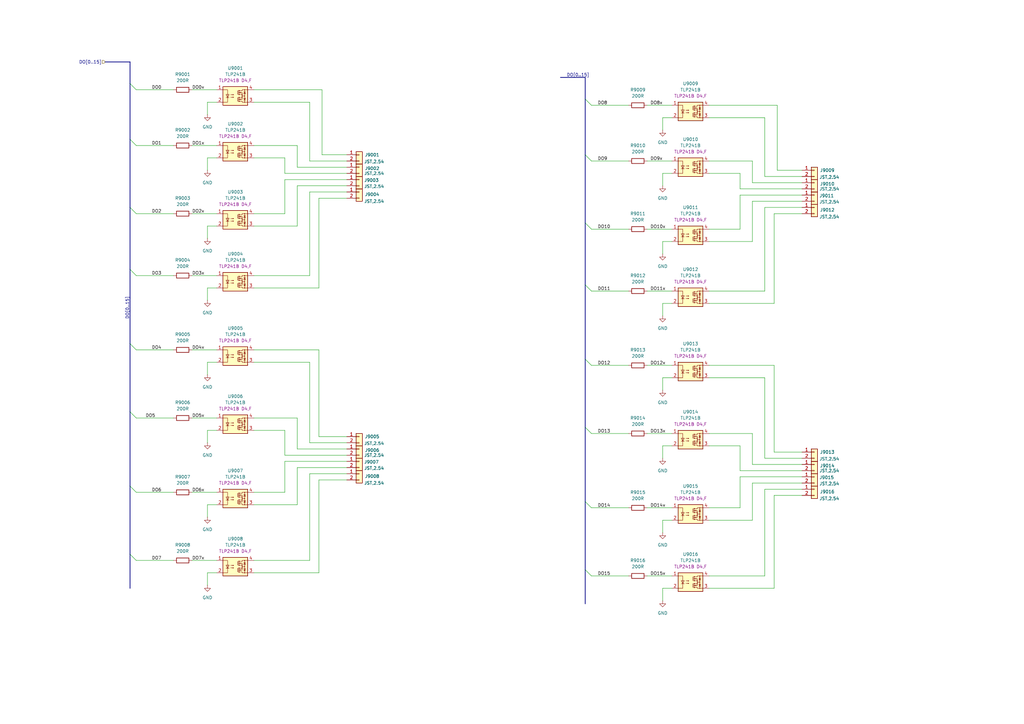
<source format=kicad_sch>
(kicad_sch (version 20231120) (generator "eeschema") (generator_version "8.0")
  (paper "A3")
  (lib_symbols
    (symbol "bt_connector:M;JST;01x02;2.54" (pin_names (offset 1.016) hide)
      (property "Reference" "J" (at 0 2.54 0))
      (property "Value" "JST,2.54" (at 0 -5.08 0))
      (property "MPN" "JST 2 pin" (at 0 0 0))
      (property "SMT" "n" (at 0 0 0))
      (symbol "M;JST;01x02;2.54_1_1"
        (rectangle (start -1.27 -2.413) (end 0 -2.667) (stroke (width 0.1524)))
        (rectangle (start -1.27 0.127) (end 0 -0.127) (stroke (width 0.1524)))
        (rectangle (start -1.27 1.27) (end 1.27 -3.81) (stroke (width 0.254)) (fill (type background)))
        (pin passive line (at -5.08 0 0) (length 3.81) (name "Pin_1") (number "1"))
        (pin passive line (at -5.08 -2.54 0) (length 3.81) (name "Pin_2") (number "2"))
      )
    )
    (symbol "bt_relay:TLP241B-D4-LF1"
      (property "Reference" "U" (at -5.08 5.08 0))
      (property "Value" "TLP241B" (at 0 5.08 0))
      (property "MPN" "TLP241B D4,F" (at 0 0 0))
      (symbol "TLP241B-D4-LF1_0_1"
        (rectangle (start -5.08 3.81) (end 5.08 -3.81) (stroke (width 0.254)) (fill (type background)))
        (polyline (pts (xy -3.81 -0.635) (xy -2.54 -0.635)))
        (polyline (pts (xy 1.016 -0.635) (xy 1.016 -2.159)) (stroke (width 0.2032)))
        (polyline (pts (xy 1.016 2.159) (xy 1.016 0.635)) (stroke (width 0.2032)))
        (polyline (pts (xy 1.524 -0.508) (xy 1.524 -0.762)) (stroke (width 0.3556)))
        (polyline (pts (xy 2.794 0) (xy 3.81 0)))
        (polyline (pts (xy 3.429 -1.651) (xy 4.191 -1.651)))
        (polyline (pts (xy 3.429 1.651) (xy 4.191 1.651)))
        (polyline (pts (xy 3.81 -2.54) (xy 3.81 2.54)))
        (polyline (pts (xy 1.524 -2.032) (xy 1.524 -2.286) (xy 1.524 -2.286)) (stroke (width 0.3556)))
        (polyline (pts (xy 1.524 -1.27) (xy 1.524 -1.524) (xy 1.524 -1.524)) (stroke (width 0.3556)))
        (polyline (pts (xy 1.524 0.762) (xy 1.524 0.508) (xy 1.524 0.508)) (stroke (width 0.3556)))
        (polyline (pts (xy 1.524 1.524) (xy 1.524 1.27) (xy 1.524 1.27)) (stroke (width 0.3556)))
        (polyline (pts (xy 1.524 2.286) (xy 1.524 2.032) (xy 1.524 2.032)) (stroke (width 0.3556)))
        (polyline (pts (xy 1.651 -1.397) (xy 2.794 -1.397) (xy 2.794 -0.635)))
        (polyline (pts (xy 1.651 1.397) (xy 2.794 1.397) (xy 2.794 0.635)))
        (polyline (pts (xy -5.08 2.54) (xy -3.175 2.54) (xy -3.175 -2.54) (xy -5.08 -2.54)))
        (polyline (pts (xy -3.175 -0.635) (xy -3.81 0.635) (xy -2.54 0.635) (xy -3.175 -0.635)))
        (polyline (pts (xy 1.651 -2.159) (xy 2.794 -2.159) (xy 2.794 -2.54) (xy 5.08 -2.54)))
        (polyline (pts (xy 1.651 -0.635) (xy 2.794 -0.635) (xy 2.794 0.635) (xy 1.651 0.635)))
        (polyline (pts (xy 1.651 2.159) (xy 2.794 2.159) (xy 2.794 2.54) (xy 5.08 2.54)))
        (polyline (pts (xy 1.778 -1.397) (xy 2.286 -1.27) (xy 2.286 -1.524) (xy 1.778 -1.397)))
        (polyline (pts (xy 1.778 1.397) (xy 2.286 1.524) (xy 2.286 1.27) (xy 1.778 1.397)))
        (polyline (pts (xy 3.81 -1.651) (xy 3.429 -0.889) (xy 4.191 -0.889) (xy 3.81 -1.651)))
        (polyline (pts (xy 3.81 1.651) (xy 3.429 0.889) (xy 4.191 0.889) (xy 3.81 1.651)))
        (polyline (pts (xy -1.905 -0.508) (xy -0.635 -0.508) (xy -1.016 -0.635) (xy -1.016 -0.381) (xy -0.635 -0.508)))
        (polyline (pts (xy -1.905 0.508) (xy -0.635 0.508) (xy -1.016 0.381) (xy -1.016 0.635) (xy -0.635 0.508)))
        (circle (center 2.794 -0.635) (radius 0.127))
        (circle (center 2.794 0) (radius 0.127))
        (circle (center 2.794 0.635) (radius 0.127))
        (circle (center 3.81 -2.54) (radius 0.127))
        (circle (center 3.81 0) (radius 0.127))
        (circle (center 3.81 2.54) (radius 0.127))
      )
      (symbol "TLP241B-D4-LF1_1_1"
        (pin passive line (at -7.62 2.54 0) (length 2.54) (name "~") (number "1"))
        (pin passive line (at -7.62 -2.54 0) (length 2.54) (name "~") (number "2"))
        (pin passive line (at 7.62 -2.54 180) (length 2.54) (name "~") (number "3"))
        (pin passive line (at 7.62 2.54 180) (length 2.54) (name "~") (number "4"))
      )
    )
    (symbol "bt_resistors:R;G;200R;10P0;S;0603" (pin_numbers hide) (pin_names (offset 0))
      (property "Reference" "R" (at 2.032 0 90))
      (property "Value" "200R" (at 0 0 90))
      (symbol "R;G;200R;10P0;S;0603_0_1"
        (rectangle (start -1.016 -2.54) (end 1.016 2.54) (stroke (width 0.254)))
      )
      (symbol "R;G;200R;10P0;S;0603_1_1"
        (pin passive line (at 0 3.81 270) (length 1.27) (name "~") (number "1"))
        (pin passive line (at 0 -3.81 90) (length 1.27) (name "~") (number "2"))
      )
    )
    (symbol "power:GND" (power) (pin_numbers hide) (pin_names (offset 0) hide)
      (property "Value" "GND" (at 0 -3.81 0))
      (symbol "GND_0_1"
        (polyline (pts (xy 0 0) (xy 0 -1.27) (xy 1.27 -1.27) (xy 0 -2.54) (xy -1.27 -1.27) (xy 0 -1.27)))
      )
      (symbol "GND_1_1"
        (pin power_in line (at 0 0 270) (length 0) (name "~") (number "1"))
      )
    )
  )
  (bus_entry (at 53.34 140.97) (size 2.54 2.54))
  (bus_entry (at 240.03 40.64) (size 2.54 2.54))
  (bus_entry (at 53.34 227.33) (size 2.54 2.54))
  (bus_entry (at 240.03 205.74) (size 2.54 2.54))
  (bus_entry (at 240.03 147.32) (size 2.54 2.54))
  (bus_entry (at 53.34 199.39) (size 2.54 2.54))
  (bus_entry (at 53.34 85.09) (size 2.54 2.54))
  (bus_entry (at 53.34 110.49) (size 2.54 2.54))
  (bus_entry (at 240.03 233.68) (size 2.54 2.54))
  (bus_entry (at 53.34 34.29) (size 2.54 2.54))
  (bus_entry (at 53.34 57.15) (size 2.54 2.54))
  (bus_entry (at 240.03 116.84) (size 2.54 2.54))
  (bus_entry (at 240.03 63.5) (size 2.54 2.54))
  (bus_entry (at 53.34 168.91) (size 2.54 2.54))
  (bus_entry (at 240.03 91.44) (size 2.54 2.54))
  (bus_entry (at 240.03 175.26) (size 2.54 2.54))
  (bus (pts (xy 53.34 140.97) (xy 53.34 168.91)))
  (wire (pts (xy 116.84 186.69) (xy 142.24 186.69)))
  (wire (pts (xy 142.24 63.5) (xy 132.08 63.5)))
  (wire (pts (xy 121.92 207.01) (xy 121.92 191.77)))
  (wire (pts (xy 313.69 119.38) (xy 313.69 85.09)))
  (wire (pts (xy 290.83 213.36) (xy 308.61 213.36)))
  (wire (pts (xy 271.78 154.94) (xy 271.78 160.02)))
  (wire (pts (xy 271.78 48.26) (xy 271.78 53.34)))
  (wire (pts (xy 313.69 72.39) (xy 328.93 72.39)))
  (wire (pts (xy 78.74 113.03) (xy 88.9 113.03)))
  (wire (pts (xy 88.9 118.11) (xy 85.09 118.11)))
  (bus (pts (xy 43.18 25.4) (xy 53.34 25.4)))
  (wire (pts (xy 303.53 93.98) (xy 303.53 80.01)))
  (wire (pts (xy 104.14 176.53) (xy 116.84 176.53)))
  (bus (pts (xy 53.34 57.15) (xy 53.34 85.09)))
  (wire (pts (xy 265.43 93.98) (xy 275.59 93.98)))
  (wire (pts (xy 242.57 66.04) (xy 257.81 66.04)))
  (wire (pts (xy 78.74 87.63) (xy 88.9 87.63)))
  (wire (pts (xy 55.88 113.03) (xy 71.12 113.03)))
  (wire (pts (xy 104.14 87.63) (xy 116.84 87.63)))
  (wire (pts (xy 127 194.31) (xy 127 229.87)))
  (wire (pts (xy 275.59 241.3) (xy 271.78 241.3)))
  (wire (pts (xy 265.43 119.38) (xy 275.59 119.38)))
  (wire (pts (xy 78.74 201.93) (xy 88.9 201.93)))
  (wire (pts (xy 328.93 87.63) (xy 317.5 87.63)))
  (wire (pts (xy 78.74 229.87) (xy 88.9 229.87)))
  (wire (pts (xy 104.14 171.45) (xy 121.92 171.45)))
  (wire (pts (xy 85.09 118.11) (xy 85.09 123.19)))
  (wire (pts (xy 313.69 187.96) (xy 328.93 187.96)))
  (wire (pts (xy 271.78 182.88) (xy 271.78 187.96)))
  (wire (pts (xy 127 78.74) (xy 142.24 78.74)))
  (bus (pts (xy 240.03 147.32) (xy 240.03 175.26)))
  (wire (pts (xy 275.59 213.36) (xy 271.78 213.36)))
  (wire (pts (xy 308.61 74.93) (xy 308.61 66.04)))
  (wire (pts (xy 116.84 189.23) (xy 116.84 201.93)))
  (bus (pts (xy 240.03 205.74) (xy 240.03 233.68)))
  (wire (pts (xy 242.57 43.18) (xy 257.81 43.18)))
  (wire (pts (xy 88.9 64.77) (xy 85.09 64.77)))
  (wire (pts (xy 85.09 148.59) (xy 85.09 153.67)))
  (wire (pts (xy 55.88 143.51) (xy 71.12 143.51)))
  (wire (pts (xy 242.57 149.86) (xy 257.81 149.86)))
  (wire (pts (xy 242.57 93.98) (xy 257.81 93.98)))
  (wire (pts (xy 130.81 196.85) (xy 142.24 196.85)))
  (bus (pts (xy 53.34 34.29) (xy 53.34 57.15)))
  (wire (pts (xy 142.24 179.07) (xy 130.81 179.07)))
  (bus (pts (xy 240.03 31.75) (xy 240.03 40.64)))
  (wire (pts (xy 328.93 190.5) (xy 308.61 190.5)))
  (wire (pts (xy 317.5 87.63) (xy 317.5 124.46)))
  (wire (pts (xy 313.69 154.94) (xy 313.69 187.96)))
  (wire (pts (xy 104.14 64.77) (xy 116.84 64.77)))
  (wire (pts (xy 308.61 82.55) (xy 308.61 99.06)))
  (wire (pts (xy 142.24 194.31) (xy 127 194.31)))
  (wire (pts (xy 78.74 171.45) (xy 88.9 171.45)))
  (wire (pts (xy 290.83 182.88) (xy 303.53 182.88)))
  (wire (pts (xy 265.43 66.04) (xy 275.59 66.04)))
  (wire (pts (xy 290.83 93.98) (xy 303.53 93.98)))
  (bus (pts (xy 229.87 31.75) (xy 240.03 31.75)))
  (wire (pts (xy 121.92 76.2) (xy 121.92 92.71)))
  (bus (pts (xy 240.03 91.44) (xy 240.03 116.84)))
  (wire (pts (xy 308.61 190.5) (xy 308.61 177.8)))
  (bus (pts (xy 240.03 116.84) (xy 240.03 147.32)))
  (wire (pts (xy 265.43 208.28) (xy 275.59 208.28)))
  (wire (pts (xy 265.43 236.22) (xy 275.59 236.22)))
  (wire (pts (xy 142.24 189.23) (xy 116.84 189.23)))
  (wire (pts (xy 271.78 71.12) (xy 271.78 76.2)))
  (wire (pts (xy 275.59 48.26) (xy 271.78 48.26)))
  (bus (pts (xy 53.34 227.33) (xy 53.34 241.3)))
  (wire (pts (xy 104.14 229.87) (xy 127 229.87)))
  (wire (pts (xy 275.59 154.94) (xy 271.78 154.94)))
  (wire (pts (xy 127 113.03) (xy 127 78.74)))
  (wire (pts (xy 313.69 48.26) (xy 313.69 72.39)))
  (wire (pts (xy 328.93 74.93) (xy 308.61 74.93)))
  (wire (pts (xy 242.57 208.28) (xy 257.81 208.28)))
  (wire (pts (xy 88.9 176.53) (xy 85.09 176.53)))
  (wire (pts (xy 290.83 48.26) (xy 313.69 48.26)))
  (bus (pts (xy 53.34 110.49) (xy 53.34 140.97)))
  (bus (pts (xy 240.03 233.68) (xy 240.03 247.65)))
  (wire (pts (xy 318.77 69.85) (xy 318.77 43.18)))
  (wire (pts (xy 85.09 92.71) (xy 85.09 97.79)))
  (wire (pts (xy 290.83 124.46) (xy 317.5 124.46)))
  (bus (pts (xy 240.03 63.5) (xy 240.03 91.44)))
  (wire (pts (xy 85.09 234.95) (xy 85.09 240.03)))
  (wire (pts (xy 308.61 198.12) (xy 328.93 198.12)))
  (wire (pts (xy 303.53 182.88) (xy 303.53 193.04)))
  (wire (pts (xy 303.53 80.01) (xy 328.93 80.01)))
  (wire (pts (xy 88.9 41.91) (xy 85.09 41.91)))
  (wire (pts (xy 104.14 207.01) (xy 121.92 207.01)))
  (wire (pts (xy 290.83 99.06) (xy 308.61 99.06)))
  (wire (pts (xy 55.88 171.45) (xy 71.12 171.45)))
  (wire (pts (xy 104.14 143.51) (xy 130.81 143.51)))
  (wire (pts (xy 104.14 234.95) (xy 130.81 234.95)))
  (wire (pts (xy 116.84 87.63) (xy 116.84 73.66)))
  (wire (pts (xy 104.14 36.83) (xy 132.08 36.83)))
  (wire (pts (xy 78.74 59.69) (xy 88.9 59.69)))
  (wire (pts (xy 242.57 177.8) (xy 257.81 177.8)))
  (wire (pts (xy 116.84 71.12) (xy 142.24 71.12)))
  (wire (pts (xy 290.83 71.12) (xy 303.53 71.12)))
  (wire (pts (xy 275.59 182.88) (xy 271.78 182.88)))
  (wire (pts (xy 317.5 241.3) (xy 317.5 203.2)))
  (wire (pts (xy 328.93 69.85) (xy 318.77 69.85)))
  (wire (pts (xy 317.5 185.42) (xy 317.5 149.86)))
  (wire (pts (xy 275.59 71.12) (xy 271.78 71.12)))
  (wire (pts (xy 78.74 36.83) (xy 88.9 36.83)))
  (wire (pts (xy 55.88 87.63) (xy 71.12 87.63)))
  (wire (pts (xy 290.83 236.22) (xy 313.69 236.22)))
  (wire (pts (xy 127 66.04) (xy 142.24 66.04)))
  (wire (pts (xy 104.14 41.91) (xy 127 41.91)))
  (wire (pts (xy 290.83 149.86) (xy 317.5 149.86)))
  (wire (pts (xy 242.57 236.22) (xy 257.81 236.22)))
  (wire (pts (xy 265.43 177.8) (xy 275.59 177.8)))
  (wire (pts (xy 290.83 177.8) (xy 308.61 177.8)))
  (wire (pts (xy 303.53 71.12) (xy 303.53 77.47)))
  (wire (pts (xy 104.14 92.71) (xy 121.92 92.71)))
  (bus (pts (xy 53.34 85.09) (xy 53.34 110.49)))
  (wire (pts (xy 308.61 213.36) (xy 308.61 198.12)))
  (wire (pts (xy 275.59 99.06) (xy 271.78 99.06)))
  (wire (pts (xy 88.9 148.59) (xy 85.09 148.59)))
  (wire (pts (xy 328.93 82.55) (xy 308.61 82.55)))
  (wire (pts (xy 130.81 179.07) (xy 130.81 143.51)))
  (wire (pts (xy 303.53 193.04) (xy 328.93 193.04)))
  (wire (pts (xy 85.09 207.01) (xy 85.09 212.09)))
  (wire (pts (xy 121.92 184.15) (xy 121.92 171.45)))
  (wire (pts (xy 271.78 124.46) (xy 271.78 129.54)))
  (wire (pts (xy 55.88 36.83) (xy 71.12 36.83)))
  (wire (pts (xy 130.81 81.28) (xy 130.81 118.11)))
  (wire (pts (xy 127 181.61) (xy 142.24 181.61)))
  (wire (pts (xy 85.09 64.77) (xy 85.09 69.85)))
  (wire (pts (xy 142.24 76.2) (xy 121.92 76.2)))
  (wire (pts (xy 78.74 143.51) (xy 88.9 143.51)))
  (wire (pts (xy 290.83 208.28) (xy 303.53 208.28)))
  (wire (pts (xy 127 41.91) (xy 127 66.04)))
  (wire (pts (xy 104.14 59.69) (xy 121.92 59.69)))
  (bus (pts (xy 53.34 25.4) (xy 53.34 34.29)))
  (wire (pts (xy 55.88 229.87) (xy 71.12 229.87)))
  (wire (pts (xy 328.93 200.66) (xy 313.69 200.66)))
  (wire (pts (xy 317.5 203.2) (xy 328.93 203.2)))
  (wire (pts (xy 303.53 77.47) (xy 328.93 77.47)))
  (wire (pts (xy 116.84 73.66) (xy 142.24 73.66)))
  (wire (pts (xy 104.14 113.03) (xy 127 113.03)))
  (wire (pts (xy 290.83 119.38) (xy 313.69 119.38)))
  (wire (pts (xy 104.14 148.59) (xy 127 148.59)))
  (wire (pts (xy 127 148.59) (xy 127 181.61)))
  (wire (pts (xy 271.78 241.3) (xy 271.78 246.38)))
  (wire (pts (xy 303.53 195.58) (xy 303.53 208.28)))
  (wire (pts (xy 88.9 92.71) (xy 85.09 92.71)))
  (wire (pts (xy 271.78 213.36) (xy 271.78 218.44)))
  (bus (pts (xy 240.03 175.26) (xy 240.03 205.74)))
  (wire (pts (xy 121.92 68.58) (xy 121.92 59.69)))
  (wire (pts (xy 55.88 59.69) (xy 71.12 59.69)))
  (wire (pts (xy 121.92 191.77) (xy 142.24 191.77)))
  (wire (pts (xy 242.57 119.38) (xy 257.81 119.38)))
  (wire (pts (xy 104.14 118.11) (xy 130.81 118.11)))
  (bus (pts (xy 240.03 40.64) (xy 240.03 63.5)))
  (wire (pts (xy 290.83 43.18) (xy 318.77 43.18)))
  (wire (pts (xy 313.69 85.09) (xy 328.93 85.09)))
  (wire (pts (xy 130.81 234.95) (xy 130.81 196.85)))
  (wire (pts (xy 142.24 184.15) (xy 121.92 184.15)))
  (wire (pts (xy 290.83 241.3) (xy 317.5 241.3)))
  (wire (pts (xy 275.59 124.46) (xy 271.78 124.46)))
  (wire (pts (xy 313.69 200.66) (xy 313.69 236.22)))
  (wire (pts (xy 290.83 154.94) (xy 313.69 154.94)))
  (wire (pts (xy 104.14 201.93) (xy 116.84 201.93)))
  (wire (pts (xy 116.84 176.53) (xy 116.84 186.69)))
  (wire (pts (xy 88.9 234.95) (xy 85.09 234.95)))
  (bus (pts (xy 53.34 168.91) (xy 53.34 199.39)))
  (wire (pts (xy 85.09 41.91) (xy 85.09 46.99)))
  (wire (pts (xy 88.9 207.01) (xy 85.09 207.01)))
  (wire (pts (xy 142.24 81.28) (xy 130.81 81.28)))
  (wire (pts (xy 116.84 64.77) (xy 116.84 71.12)))
  (wire (pts (xy 271.78 99.06) (xy 271.78 104.14)))
  (wire (pts (xy 85.09 176.53) (xy 85.09 181.61)))
  (wire (pts (xy 328.93 185.42) (xy 317.5 185.42)))
  (wire (pts (xy 290.83 66.04) (xy 308.61 66.04)))
  (wire (pts (xy 328.93 195.58) (xy 303.53 195.58)))
  (wire (pts (xy 132.08 63.5) (xy 132.08 36.83)))
  (wire (pts (xy 142.24 68.58) (xy 121.92 68.58)))
  (wire (pts (xy 265.43 43.18) (xy 275.59 43.18)))
  (wire (pts (xy 55.88 201.93) (xy 71.12 201.93)))
  (bus (pts (xy 53.34 199.39) (xy 53.34 227.33)))
  (wire (pts (xy 265.43 149.86) (xy 275.59 149.86)))
  (label "DO4x" (at 83.82 143.51 180))
  (label "DO3" (at 62.23 113.03 0))
  (label "DO1" (at 62.23 59.69 0))
  (label "DO15" (at 245.11 236.22 0))
  (label "DO12x" (at 266.7 149.86 0))
  (label "DO[0..15]" (at 53.34 130.81 90))
  (label "DO11x" (at 266.7 119.38 0))
  (label "DO3x" (at 83.82 113.03 180))
  (label "DO8x" (at 266.7 43.18 0))
  (label "DO9x" (at 266.7 66.04 0))
  (label "DO6x" (at 83.82 201.93 180))
  (label "DO5x" (at 83.82 171.45 180))
  (label "DO1x" (at 83.82 59.69 180))
  (label "DO13x" (at 266.7 177.8 0))
  (label "DO14x" (at 266.7 208.28 0))
  (label "DO15x" (at 266.7 236.22 0))
  (label "DO11" (at 245.11 119.38 0))
  (label "DO8" (at 245.11 43.18 0))
  (label "DO10x" (at 266.7 93.98 0))
  (label "DO6" (at 62.23 201.93 0))
  (label "DO7" (at 62.23 229.87 0))
  (label "DO13" (at 245.11 177.8 0))
  (label "DO2x" (at 83.82 87.63 180))
  (label "DO4" (at 62.23 143.51 0))
  (label "DO9" (at 245.11 66.04 0))
  (label "DO0" (at 62.23 36.83 0))
  (label "DO12" (at 245.11 149.86 0))
  (label "DO0x" (at 83.82 36.83 180))
  (label "DO2" (at 62.23 87.63 0))
  (label "DO14" (at 245.11 208.28 0))
  (label "DO[0..15]" (at 232.41 31.75 0))
  (label "DO7x" (at 83.82 229.87 180))
  (label "DO10" (at 245.11 93.98 0))
  (label "DO5" (at 59.69 171.45 0))
  (hierarchical_label "DO[0..15]" (shape input) (at 43.18 25.4 180))
  (symbol (lib_id "bt_resistors:R;G;200R;10P0;S;0603") (at 74.93 87.63 90) (unit 1)
    (property "Reference" "R9003" (at 74.93 81.28 90))
    (property "Value" "200R" (at 74.93 83.82 90))
    (property "Footprint" "Resistor_SMD:R_0603_1608Metric" (effects (hide yes)))
    (property "Description" "Resistor" (effects (hide yes)))
    (property "MPN" "R;G;T1;S;P0603;NA" (effects (hide yes)))
    (property "CPN" "BT00002-02000" (effects (hide yes)))
  )
  (symbol (lib_id "bt_connector:M;JST;01x02;2.54") (at 334.01 74.93 0) (unit 1)
    (property "Reference" "J9010" (at 336.296 75.438 0) (effects (justify left)))
    (property "Value" "JST,2.54" (at 336.042 77.47 0) (effects (justify left)))
    (property "Footprint" "Connector_JST:JST_EH_B2B-EH-A_1x02_P2.50mm_Vertical" (effects (hide yes)))
    (property "Description" "Generic connector, single row, 01x02, script generated (kicad-library-utils/schlib/autogen/connector/)" (effects (hide yes)))
    (property "CPN" "BT10003-00002" (effects (hide yes)))
    (property "MPN" "JST 2 pin" (effects (hide yes)))
    (property "SMT" "n" (effects (hide yes)))
  )
  (symbol (lib_id "bt_relay:TLP241B-D4-LF1") (at 96.52 232.41 0) (unit 1)
    (property "Reference" "U9008" (at 96.52 220.98 0))
    (property "Value" "TLP241B" (at 96.52 223.52 0))
    (property "Footprint" "Package_SO:SO-4_7.6x3.6mm_P2.54mm" (effects (hide yes)))
    (property "Datasheet" "https://toshiba.semicon-storage.com/info/docget.jsp?did=17036&prodName=TLP222A" (effects (hide yes)))
    (property "Description" "MOSFET Photorelay 1-Form-A, Voff 60V, Ion 0,5A, SO4" (effects (hide yes)))
    (property "CPN" "BT11001-00001" (effects (hide yes)))
    (property "MPN" "TLP241B D4,F" (at 96.52 226.06 0))
  )
  (symbol (lib_id "bt_resistors:R;G;200R;10P0;S;0603") (at 261.62 208.28 90) (unit 1)
    (property "Reference" "R9015" (at 261.62 201.93 90))
    (property "Value" "200R" (at 261.62 204.47 90))
    (property "Footprint" "Resistor_SMD:R_0603_1608Metric" (effects (hide yes)))
    (property "Description" "Resistor" (effects (hide yes)))
    (property "MPN" "R;G;T1;S;P0603;NA" (effects (hide yes)))
    (property "CPN" "BT00002-02000" (effects (hide yes)))
  )
  (symbol (lib_id "power:GND") (at 271.78 76.2 0) (unit 1)
    (property "Reference" "#PWR09010" (effects (hide yes)))
    (property "Value" "GND" (at 271.78 81.28 0))
    (property "Description" "Power symbol creates a global label with name \"GND\" , ground" (effects (hide yes)))
  )
  (symbol (lib_id "power:GND") (at 85.09 181.61 0) (unit 1)
    (property "Reference" "#PWR09006" (effects (hide yes)))
    (property "Value" "GND" (at 85.09 186.69 0))
    (property "Description" "Power symbol creates a global label with name \"GND\" , ground" (effects (hide yes)))
  )
  (symbol (lib_id "bt_connector:M;JST;01x02;2.54") (at 147.32 184.15 0) (unit 1)
    (property "Reference" "J9006" (at 149.606 184.658 0) (effects (justify left)))
    (property "Value" "JST,2.54" (at 149.352 186.69 0) (effects (justify left)))
    (property "Footprint" "Connector_JST:JST_EH_B2B-EH-A_1x02_P2.50mm_Vertical" (effects (hide yes)))
    (property "Description" "Generic connector, single row, 01x02, script generated (kicad-library-utils/schlib/autogen/connector/)" (effects (hide yes)))
    (property "CPN" "BT10003-00002" (effects (hide yes)))
    (property "MPN" "JST 2 pin" (effects (hide yes)))
    (property "SMT" "n" (effects (hide yes)))
  )
  (symbol (lib_id "power:GND") (at 271.78 187.96 0) (unit 1)
    (property "Reference" "#PWR09014" (effects (hide yes)))
    (property "Value" "GND" (at 271.78 193.04 0))
    (property "Description" "Power symbol creates a global label with name \"GND\" , ground" (effects (hide yes)))
  )
  (symbol (lib_id "bt_connector:M;JST;01x02;2.54") (at 147.32 63.5 0) (unit 1)
    (property "Reference" "J9001" (at 149.606 63.5 0) (effects (justify left)))
    (property "Value" "JST,2.54" (at 149.352 66.294 0) (effects (justify left)))
    (property "Footprint" "Connector_JST:JST_EH_B2B-EH-A_1x02_P2.50mm_Vertical" (effects (hide yes)))
    (property "Description" "Generic connector, single row, 01x02, script generated (kicad-library-utils/schlib/autogen/connector/)" (effects (hide yes)))
    (property "CPN" "BT10003-00002" (effects (hide yes)))
    (property "MPN" "JST 2 pin" (effects (hide yes)))
    (property "SMT" "n" (effects (hide yes)))
  )
  (symbol (lib_id "power:GND") (at 85.09 97.79 0) (unit 1)
    (property "Reference" "#PWR09003" (effects (hide yes)))
    (property "Value" "GND" (at 85.09 102.87 0))
    (property "Description" "Power symbol creates a global label with name \"GND\" , ground" (effects (hide yes)))
  )
  (symbol (lib_id "bt_resistors:R;G;200R;10P0;S;0603") (at 261.62 149.86 90) (unit 1)
    (property "Reference" "R9013" (at 261.62 143.51 90))
    (property "Value" "200R" (at 261.62 146.05 90))
    (property "Footprint" "Resistor_SMD:R_0603_1608Metric" (effects (hide yes)))
    (property "Description" "Resistor" (effects (hide yes)))
    (property "MPN" "R;G;T1;S;P0603;NA" (effects (hide yes)))
    (property "CPN" "BT00002-02000" (effects (hide yes)))
  )
  (symbol (lib_id "bt_resistors:R;G;200R;10P0;S;0603") (at 74.93 171.45 90) (unit 1)
    (property "Reference" "R9006" (at 74.93 165.1 90))
    (property "Value" "200R" (at 74.93 167.64 90))
    (property "Footprint" "Resistor_SMD:R_0603_1608Metric" (effects (hide yes)))
    (property "Description" "Resistor" (effects (hide yes)))
    (property "MPN" "R;G;T1;S;P0603;NA" (effects (hide yes)))
    (property "CPN" "BT00002-02000" (effects (hide yes)))
  )
  (symbol (lib_id "bt_resistors:R;G;200R;10P0;S;0603") (at 261.62 177.8 90) (unit 1)
    (property "Reference" "R9014" (at 261.62 171.45 90))
    (property "Value" "200R" (at 261.62 173.99 90))
    (property "Footprint" "Resistor_SMD:R_0603_1608Metric" (effects (hide yes)))
    (property "Description" "Resistor" (effects (hide yes)))
    (property "MPN" "R;G;T1;S;P0603;NA" (effects (hide yes)))
    (property "CPN" "BT00002-02000" (effects (hide yes)))
  )
  (symbol (lib_id "bt_relay:TLP241B-D4-LF1") (at 96.52 173.99 0) (unit 1)
    (property "Reference" "U9006" (at 96.52 162.56 0))
    (property "Value" "TLP241B" (at 96.52 165.1 0))
    (property "Footprint" "Package_SO:SO-4_7.6x3.6mm_P2.54mm" (effects (hide yes)))
    (property "Datasheet" "https://toshiba.semicon-storage.com/info/docget.jsp?did=17036&prodName=TLP222A" (effects (hide yes)))
    (property "Description" "MOSFET Photorelay 1-Form-A, Voff 60V, Ion 0,5A, SO4" (effects (hide yes)))
    (property "CPN" "BT11001-00001" (effects (hide yes)))
    (property "MPN" "TLP241B D4,F" (at 96.52 167.64 0))
  )
  (symbol (lib_id "bt_connector:M;JST;01x02;2.54") (at 147.32 73.66 0) (unit 1)
    (property "Reference" "J9003" (at 149.352 73.914 0) (effects (justify left)))
    (property "Value" "JST,2.54" (at 149.352 76.454 0) (effects (justify left)))
    (property "Footprint" "Connector_JST:JST_EH_B2B-EH-A_1x02_P2.50mm_Vertical" (effects (hide yes)))
    (property "Description" "Generic connector, single row, 01x02, script generated (kicad-library-utils/schlib/autogen/connector/)" (effects (hide yes)))
    (property "CPN" "BT10003-00002" (effects (hide yes)))
    (property "MPN" "JST 2 pin" (effects (hide yes)))
    (property "SMT" "n" (effects (hide yes)))
  )
  (symbol (lib_id "bt_connector:M;JST;01x02;2.54") (at 147.32 68.58 0) (unit 1)
    (property "Reference" "J9002" (at 149.606 69.088 0) (effects (justify left)))
    (property "Value" "JST,2.54" (at 149.352 71.12 0) (effects (justify left)))
    (property "Footprint" "Connector_JST:JST_EH_B2B-EH-A_1x02_P2.50mm_Vertical" (effects (hide yes)))
    (property "Description" "Generic connector, single row, 01x02, script generated (kicad-library-utils/schlib/autogen/connector/)" (effects (hide yes)))
    (property "CPN" "BT10003-00002" (effects (hide yes)))
    (property "MPN" "JST 2 pin" (effects (hide yes)))
    (property "SMT" "n" (effects (hide yes)))
  )
  (symbol (lib_id "bt_connector:M;JST;01x02;2.54") (at 334.01 185.42 0) (unit 1)
    (property "Reference" "J9013" (at 336.296 185.42 0) (effects (justify left)))
    (property "Value" "JST,2.54" (at 336.042 188.214 0) (effects (justify left)))
    (property "Footprint" "Connector_JST:JST_EH_B2B-EH-A_1x02_P2.50mm_Vertical" (effects (hide yes)))
    (property "Description" "Generic connector, single row, 01x02, script generated (kicad-library-utils/schlib/autogen/connector/)" (effects (hide yes)))
    (property "CPN" "BT10003-00002" (effects (hide yes)))
    (property "MPN" "JST 2 pin" (effects (hide yes)))
    (property "SMT" "n" (effects (hide yes)))
  )
  (symbol (lib_id "bt_resistors:R;G;200R;10P0;S;0603") (at 261.62 236.22 90) (unit 1)
    (property "Reference" "R9016" (at 261.62 229.87 90))
    (property "Value" "200R" (at 261.62 232.41 90))
    (property "Footprint" "Resistor_SMD:R_0603_1608Metric" (effects (hide yes)))
    (property "Description" "Resistor" (effects (hide yes)))
    (property "MPN" "R;G;T1;S;P0603;NA" (effects (hide yes)))
    (property "CPN" "BT00002-02000" (effects (hide yes)))
  )
  (symbol (lib_id "bt_relay:TLP241B-D4-LF1") (at 283.21 210.82 0) (unit 1)
    (property "Reference" "U9015" (at 283.21 199.39 0))
    (property "Value" "TLP241B" (at 283.21 201.93 0))
    (property "Footprint" "Package_SO:SO-4_7.6x3.6mm_P2.54mm" (effects (hide yes)))
    (property "Datasheet" "https://toshiba.semicon-storage.com/info/docget.jsp?did=17036&prodName=TLP222A" (effects (hide yes)))
    (property "Description" "MOSFET Photorelay 1-Form-A, Voff 60V, Ion 0,5A, SO4" (effects (hide yes)))
    (property "CPN" "BT11001-00001" (effects (hide yes)))
    (property "MPN" "TLP241B D4,F" (at 283.21 204.47 0))
  )
  (symbol (lib_id "bt_connector:M;JST;01x02;2.54") (at 147.32 189.23 0) (unit 1)
    (property "Reference" "J9007" (at 149.352 189.484 0) (effects (justify left)))
    (property "Value" "JST,2.54" (at 149.352 192.024 0) (effects (justify left)))
    (property "Footprint" "Connector_JST:JST_EH_B2B-EH-A_1x02_P2.50mm_Vertical" (effects (hide yes)))
    (property "Description" "Generic connector, single row, 01x02, script generated (kicad-library-utils/schlib/autogen/connector/)" (effects (hide yes)))
    (property "CPN" "BT10003-00002" (effects (hide yes)))
    (property "MPN" "JST 2 pin" (effects (hide yes)))
    (property "SMT" "n" (effects (hide yes)))
  )
  (symbol (lib_id "bt_relay:TLP241B-D4-LF1") (at 283.21 180.34 0) (unit 1)
    (property "Reference" "U9014" (at 283.21 168.91 0))
    (property "Value" "TLP241B" (at 283.21 171.45 0))
    (property "Footprint" "Package_SO:SO-4_7.6x3.6mm_P2.54mm" (effects (hide yes)))
    (property "Datasheet" "https://toshiba.semicon-storage.com/info/docget.jsp?did=17036&prodName=TLP222A" (effects (hide yes)))
    (property "Description" "MOSFET Photorelay 1-Form-A, Voff 60V, Ion 0,5A, SO4" (effects (hide yes)))
    (property "CPN" "BT11001-00001" (effects (hide yes)))
    (property "MPN" "TLP241B D4,F" (at 283.21 173.99 0))
  )
  (symbol (lib_id "bt_connector:M;JST;01x02;2.54") (at 334.01 195.58 0) (unit 1)
    (property "Reference" "J9015" (at 336.042 195.834 0) (effects (justify left)))
    (property "Value" "JST,2.54" (at 336.042 198.374 0) (effects (justify left)))
    (property "Footprint" "Connector_JST:JST_EH_B2B-EH-A_1x02_P2.50mm_Vertical" (effects (hide yes)))
    (property "Description" "Generic connector, single row, 01x02, script generated (kicad-library-utils/schlib/autogen/connector/)" (effects (hide yes)))
    (property "CPN" "BT10003-00002" (effects (hide yes)))
    (property "MPN" "JST 2 pin" (effects (hide yes)))
    (property "SMT" "n" (effects (hide yes)))
  )
  (symbol (lib_id "bt_relay:TLP241B-D4-LF1") (at 283.21 238.76 0) (unit 1)
    (property "Reference" "U9016" (at 283.21 227.33 0))
    (property "Value" "TLP241B" (at 283.21 229.87 0))
    (property "Footprint" "Package_SO:SO-4_7.6x3.6mm_P2.54mm" (effects (hide yes)))
    (property "Datasheet" "https://toshiba.semicon-storage.com/info/docget.jsp?did=17036&prodName=TLP222A" (effects (hide yes)))
    (property "Description" "MOSFET Photorelay 1-Form-A, Voff 60V, Ion 0,5A, SO4" (effects (hide yes)))
    (property "CPN" "BT11001-00001" (effects (hide yes)))
    (property "MPN" "TLP241B D4,F" (at 283.21 232.41 0))
  )
  (symbol (lib_id "bt_connector:M;JST;01x02;2.54") (at 147.32 78.74 0) (unit 1)
    (property "Reference" "J9004" (at 149.606 79.756 0) (effects (justify left)))
    (property "Value" "JST,2.54" (at 149.352 82.55 0) (effects (justify left)))
    (property "Footprint" "Connector_JST:JST_EH_B2B-EH-A_1x02_P2.50mm_Vertical" (effects (hide yes)))
    (property "Description" "Generic connector, single row, 01x02, script generated (kicad-library-utils/schlib/autogen/connector/)" (effects (hide yes)))
    (property "CPN" "BT10003-00002" (effects (hide yes)))
    (property "MPN" "JST 2 pin" (effects (hide yes)))
    (property "SMT" "n" (effects (hide yes)))
  )
  (symbol (lib_id "bt_relay:TLP241B-D4-LF1") (at 283.21 45.72 0) (unit 1)
    (property "Reference" "U9009" (at 283.21 34.29 0))
    (property "Value" "TLP241B" (at 283.21 36.83 0))
    (property "Footprint" "Package_SO:SO-4_7.6x3.6mm_P2.54mm" (effects (hide yes)))
    (property "Datasheet" "https://toshiba.semicon-storage.com/info/docget.jsp?did=17036&prodName=TLP222A" (effects (hide yes)))
    (property "Description" "MOSFET Photorelay 1-Form-A, Voff 60V, Ion 0,5A, SO4" (effects (hide yes)))
    (property "CPN" "BT11001-00001" (effects (hide yes)))
    (property "MPN" "TLP241B D4,F" (at 283.21 39.37 0))
  )
  (symbol (lib_id "power:GND") (at 85.09 153.67 0) (unit 1)
    (property "Reference" "#PWR09005" (effects (hide yes)))
    (property "Value" "GND" (at 85.09 158.75 0))
    (property "Description" "Power symbol creates a global label with name \"GND\" , ground" (effects (hide yes)))
  )
  (symbol (lib_id "bt_resistors:R;G;200R;10P0;S;0603") (at 74.93 143.51 90) (unit 1)
    (property "Reference" "R9005" (at 74.93 137.16 90))
    (property "Value" "200R" (at 74.93 139.7 90))
    (property "Footprint" "Resistor_SMD:R_0603_1608Metric" (effects (hide yes)))
    (property "Description" "Resistor" (effects (hide yes)))
    (property "MPN" "R;G;T1;S;P0603;NA" (effects (hide yes)))
    (property "CPN" "BT00002-02000" (effects (hide yes)))
  )
  (symbol (lib_id "bt_relay:TLP241B-D4-LF1") (at 283.21 152.4 0) (unit 1)
    (property "Reference" "U9013" (at 283.21 140.97 0))
    (property "Value" "TLP241B" (at 283.21 143.51 0))
    (property "Footprint" "Package_SO:SO-4_7.6x3.6mm_P2.54mm" (effects (hide yes)))
    (property "Datasheet" "https://toshiba.semicon-storage.com/info/docget.jsp?did=17036&prodName=TLP222A" (effects (hide yes)))
    (property "Description" "MOSFET Photorelay 1-Form-A, Voff 60V, Ion 0,5A, SO4" (effects (hide yes)))
    (property "CPN" "BT11001-00001" (effects (hide yes)))
    (property "MPN" "TLP241B D4,F" (at 283.21 146.05 0))
  )
  (symbol (lib_id "bt_connector:M;JST;01x02;2.54") (at 334.01 200.66 0) (unit 1)
    (property "Reference" "J9016" (at 336.296 201.676 0) (effects (justify left)))
    (property "Value" "JST,2.54" (at 336.042 204.47 0) (effects (justify left)))
    (property "Footprint" "Connector_JST:JST_EH_B2B-EH-A_1x02_P2.50mm_Vertical" (effects (hide yes)))
    (property "Description" "Generic connector, single row, 01x02, script generated (kicad-library-utils/schlib/autogen/connector/)" (effects (hide yes)))
    (property "CPN" "BT10003-00002" (effects (hide yes)))
    (property "MPN" "JST 2 pin" (effects (hide yes)))
    (property "SMT" "n" (effects (hide yes)))
  )
  (symbol (lib_id "bt_connector:M;JST;01x02;2.54") (at 147.32 194.31 0) (unit 1)
    (property "Reference" "J9008" (at 149.606 195.326 0) (effects (justify left)))
    (property "Value" "JST,2.54" (at 149.352 198.12 0) (effects (justify left)))
    (property "Footprint" "Connector_JST:JST_EH_B2B-EH-A_1x02_P2.50mm_Vertical" (effects (hide yes)))
    (property "Description" "Generic connector, single row, 01x02, script generated (kicad-library-utils/schlib/autogen/connector/)" (effects (hide yes)))
    (property "CPN" "BT10003-00002" (effects (hide yes)))
    (property "MPN" "JST 2 pin" (effects (hide yes)))
    (property "SMT" "n" (effects (hide yes)))
  )
  (symbol (lib_id "power:GND") (at 271.78 129.54 0) (unit 1)
    (property "Reference" "#PWR09012" (effects (hide yes)))
    (property "Value" "GND" (at 271.78 134.62 0))
    (property "Description" "Power symbol creates a global label with name \"GND\" , ground" (effects (hide yes)))
  )
  (symbol (lib_id "power:GND") (at 85.09 46.99 0) (unit 1)
    (property "Reference" "#PWR09001" (effects (hide yes)))
    (property "Value" "GND" (at 85.09 52.07 0))
    (property "Description" "Power symbol creates a global label with name \"GND\" , ground" (effects (hide yes)))
  )
  (symbol (lib_id "bt_resistors:R;G;200R;10P0;S;0603") (at 74.93 36.83 90) (unit 1)
    (property "Reference" "R9001" (at 74.93 30.48 90))
    (property "Value" "200R" (at 74.93 33.02 90))
    (property "Footprint" "Resistor_SMD:R_0603_1608Metric" (effects (hide yes)))
    (property "Description" "Resistor" (effects (hide yes)))
    (property "MPN" "R;G;T1;S;P0603;NA" (effects (hide yes)))
    (property "CPN" "BT00002-02000" (effects (hide yes)))
  )
  (symbol (lib_id "bt_relay:TLP241B-D4-LF1") (at 96.52 115.57 0) (unit 1)
    (property "Reference" "U9004" (at 96.52 104.14 0))
    (property "Value" "TLP241B" (at 96.52 106.68 0))
    (property "Footprint" "Package_SO:SO-4_7.6x3.6mm_P2.54mm" (effects (hide yes)))
    (property "Datasheet" "https://toshiba.semicon-storage.com/info/docget.jsp?did=17036&prodName=TLP222A" (effects (hide yes)))
    (property "Description" "MOSFET Photorelay 1-Form-A, Voff 60V, Ion 0,5A, SO4" (effects (hide yes)))
    (property "CPN" "BT11001-00001" (effects (hide yes)))
    (property "MPN" "TLP241B D4,F" (at 96.52 109.22 0))
  )
  (symbol (lib_id "bt_resistors:R;G;200R;10P0;S;0603") (at 261.62 43.18 90) (unit 1)
    (property "Reference" "R9009" (at 261.62 36.83 90))
    (property "Value" "200R" (at 261.62 39.37 90))
    (property "Footprint" "Resistor_SMD:R_0603_1608Metric" (effects (hide yes)))
    (property "Description" "Resistor" (effects (hide yes)))
    (property "MPN" "R;G;T1;S;P0603;NA" (effects (hide yes)))
    (property "CPN" "BT00002-02000" (effects (hide yes)))
  )
  (symbol (lib_id "power:GND") (at 271.78 246.38 0) (unit 1)
    (property "Reference" "#PWR09016" (effects (hide yes)))
    (property "Value" "GND" (at 271.78 251.46 0))
    (property "Description" "Power symbol creates a global label with name \"GND\" , ground" (effects (hide yes)))
  )
  (symbol (lib_id "bt_relay:TLP241B-D4-LF1") (at 96.52 204.47 0) (unit 1)
    (property "Reference" "U9007" (at 96.52 193.04 0))
    (property "Value" "TLP241B" (at 96.52 195.58 0))
    (property "Footprint" "Package_SO:SO-4_7.6x3.6mm_P2.54mm" (effects (hide yes)))
    (property "Datasheet" "https://toshiba.semicon-storage.com/info/docget.jsp?did=17036&prodName=TLP222A" (effects (hide yes)))
    (property "Description" "MOSFET Photorelay 1-Form-A, Voff 60V, Ion 0,5A, SO4" (effects (hide yes)))
    (property "CPN" "BT11001-00001" (effects (hide yes)))
    (property "MPN" "TLP241B D4,F" (at 96.52 198.12 0))
  )
  (symbol (lib_id "power:GND") (at 271.78 53.34 0) (unit 1)
    (property "Reference" "#PWR09009" (effects (hide yes)))
    (property "Value" "GND" (at 271.78 58.42 0))
    (property "Description" "Power symbol creates a global label with name \"GND\" , ground" (effects (hide yes)))
  )
  (symbol (lib_id "power:GND") (at 271.78 104.14 0) (unit 1)
    (property "Reference" "#PWR09011" (effects (hide yes)))
    (property "Value" "GND" (at 271.78 109.22 0))
    (property "Description" "Power symbol creates a global label with name \"GND\" , ground" (effects (hide yes)))
  )
  (symbol (lib_id "power:GND") (at 271.78 218.44 0) (unit 1)
    (property "Reference" "#PWR09015" (effects (hide yes)))
    (property "Value" "GND" (at 271.78 223.52 0))
    (property "Description" "Power symbol creates a global label with name \"GND\" , ground" (effects (hide yes)))
  )
  (symbol (lib_id "bt_resistors:R;G;200R;10P0;S;0603") (at 261.62 119.38 90) (unit 1)
    (property "Reference" "R9012" (at 261.62 113.03 90))
    (property "Value" "200R" (at 261.62 115.57 90))
    (property "Footprint" "Resistor_SMD:R_0603_1608Metric" (effects (hide yes)))
    (property "Description" "Resistor" (effects (hide yes)))
    (property "MPN" "R;G;T1;S;P0603;NA" (effects (hide yes)))
    (property "CPN" "BT00002-02000" (effects (hide yes)))
  )
  (symbol (lib_id "power:GND") (at 85.09 123.19 0) (unit 1)
    (property "Reference" "#PWR09004" (effects (hide yes)))
    (property "Value" "GND" (at 85.09 128.27 0))
    (property "Description" "Power symbol creates a global label with name \"GND\" , ground" (effects (hide yes)))
  )
  (symbol (lib_id "bt_resistors:R;G;200R;10P0;S;0603") (at 261.62 93.98 90) (unit 1)
    (property "Reference" "R9011" (at 261.62 87.63 90))
    (property "Value" "200R" (at 261.62 90.17 90))
    (property "Footprint" "Resistor_SMD:R_0603_1608Metric" (effects (hide yes)))
    (property "Description" "Resistor" (effects (hide yes)))
    (property "MPN" "R;G;T1;S;P0603;NA" (effects (hide yes)))
    (property "CPN" "BT00002-02000" (effects (hide yes)))
  )
  (symbol (lib_id "bt_relay:TLP241B-D4-LF1") (at 96.52 62.23 0) (unit 1)
    (property "Reference" "U9002" (at 96.52 50.8 0))
    (property "Value" "TLP241B" (at 96.52 53.34 0))
    (property "Footprint" "Package_SO:SO-4_7.6x3.6mm_P2.54mm" (effects (hide yes)))
    (property "Datasheet" "https://toshiba.semicon-storage.com/info/docget.jsp?did=17036&prodName=TLP222A" (effects (hide yes)))
    (property "Description" "MOSFET Photorelay 1-Form-A, Voff 60V, Ion 0,5A, SO4" (effects (hide yes)))
    (property "CPN" "BT11001-00001" (effects (hide yes)))
    (property "MPN" "TLP241B D4,F" (at 96.52 55.88 0))
  )
  (symbol (lib_id "bt_relay:TLP241B-D4-LF1") (at 96.52 39.37 0) (unit 1)
    (property "Reference" "U9001" (at 96.52 27.94 0))
    (property "Value" "TLP241B" (at 96.52 30.48 0))
    (property "Footprint" "Package_SO:SO-4_7.6x3.6mm_P2.54mm" (effects (hide yes)))
    (property "Datasheet" "https://toshiba.semicon-storage.com/info/docget.jsp?did=17036&prodName=TLP222A" (effects (hide yes)))
    (property "Description" "MOSFET Photorelay 1-Form-A, Voff 60V, Ion 0,5A, SO4" (effects (hide yes)))
    (property "CPN" "BT11001-00001" (effects (hide yes)))
    (property "MPN" "TLP241B D4,F" (at 96.52 33.02 0))
  )
  (symbol (lib_id "bt_relay:TLP241B-D4-LF1") (at 283.21 96.52 0) (unit 1)
    (property "Reference" "U9011" (at 283.21 85.09 0))
    (property "Value" "TLP241B" (at 283.21 87.63 0))
    (property "Footprint" "Package_SO:SO-4_7.6x3.6mm_P2.54mm" (effects (hide yes)))
    (property "Datasheet" "https://toshiba.semicon-storage.com/info/docget.jsp?did=17036&prodName=TLP222A" (effects (hide yes)))
    (property "Description" "MOSFET Photorelay 1-Form-A, Voff 60V, Ion 0,5A, SO4" (effects (hide yes)))
    (property "CPN" "BT11001-00001" (effects (hide yes)))
    (property "MPN" "TLP241B D4,F" (at 283.21 90.17 0))
  )
  (symbol (lib_id "power:GND") (at 85.09 240.03 0) (unit 1)
    (property "Reference" "#PWR09008" (effects (hide yes)))
    (property "Value" "GND" (at 85.09 245.11 0))
    (property "Description" "Power symbol creates a global label with name \"GND\" , ground" (effects (hide yes)))
  )
  (symbol (lib_id "bt_connector:M;JST;01x02;2.54") (at 334.01 69.85 0) (unit 1)
    (property "Reference" "J9009" (at 336.296 69.85 0) (effects (justify left)))
    (property "Value" "JST,2.54" (at 336.042 72.644 0) (effects (justify left)))
    (property "Footprint" "Connector_JST:JST_EH_B2B-EH-A_1x02_P2.50mm_Vertical" (effects (hide yes)))
    (property "Description" "Generic connector, single row, 01x02, script generated (kicad-library-utils/schlib/autogen/connector/)" (effects (hide yes)))
    (property "CPN" "BT10003-00002" (effects (hide yes)))
    (property "MPN" "JST 2 pin" (effects (hide yes)))
    (property "SMT" "n" (effects (hide yes)))
  )
  (symbol (lib_id "bt_relay:TLP241B-D4-LF1") (at 96.52 90.17 0) (unit 1)
    (property "Reference" "U9003" (at 96.52 78.74 0))
    (property "Value" "TLP241B" (at 96.52 81.28 0))
    (property "Footprint" "Package_SO:SO-4_7.6x3.6mm_P2.54mm" (effects (hide yes)))
    (property "Datasheet" "https://toshiba.semicon-storage.com/info/docget.jsp?did=17036&prodName=TLP222A" (effects (hide yes)))
    (property "Description" "MOSFET Photorelay 1-Form-A, Voff 60V, Ion 0,5A, SO4" (effects (hide yes)))
    (property "CPN" "BT11001-00001" (effects (hide yes)))
    (property "MPN" "TLP241B D4,F" (at 96.52 83.82 0))
  )
  (symbol (lib_id "bt_relay:TLP241B-D4-LF1") (at 283.21 121.92 0) (unit 1)
    (property "Reference" "U9012" (at 283.21 110.49 0))
    (property "Value" "TLP241B" (at 283.21 113.03 0))
    (property "Footprint" "Package_SO:SO-4_7.6x3.6mm_P2.54mm" (effects (hide yes)))
    (property "Datasheet" "https://toshiba.semicon-storage.com/info/docget.jsp?did=17036&prodName=TLP222A" (effects (hide yes)))
    (property "Description" "MOSFET Photorelay 1-Form-A, Voff 60V, Ion 0,5A, SO4" (effects (hide yes)))
    (property "CPN" "BT11001-00001" (effects (hide yes)))
    (property "MPN" "TLP241B D4,F" (at 283.21 115.57 0))
  )
  (symbol (lib_id "bt_resistors:R;G;200R;10P0;S;0603") (at 74.93 229.87 90) (unit 1)
    (property "Reference" "R9008" (at 74.93 223.52 90))
    (property "Value" "200R" (at 74.93 226.06 90))
    (property "Footprint" "Resistor_SMD:R_0603_1608Metric" (effects (hide yes)))
    (property "Description" "Resistor" (effects (hide yes)))
    (property "MPN" "R;G;T1;S;P0603;NA" (effects (hide yes)))
    (property "CPN" "BT00002-02000" (effects (hide yes)))
  )
  (symbol (lib_id "bt_connector:M;JST;01x02;2.54") (at 334.01 80.01 0) (unit 1)
    (property "Reference" "J9011" (at 336.042 80.264 0) (effects (justify left)))
    (property "Value" "JST,2.54" (at 336.042 82.804 0) (effects (justify left)))
    (property "Footprint" "Connector_JST:JST_EH_B2B-EH-A_1x02_P2.50mm_Vertical" (effects (hide yes)))
    (property "Description" "Generic connector, single row, 01x02, script generated (kicad-library-utils/schlib/autogen/connector/)" (effects (hide yes)))
    (property "CPN" "BT10003-00002" (effects (hide yes)))
    (property "MPN" "JST 2 pin" (effects (hide yes)))
    (property "SMT" "n" (effects (hide yes)))
  )
  (symbol (lib_id "power:GND") (at 85.09 69.85 0) (unit 1)
    (property "Reference" "#PWR09002" (effects (hide yes)))
    (property "Value" "GND" (at 85.09 74.93 0))
    (property "Description" "Power symbol creates a global label with name \"GND\" , ground" (effects (hide yes)))
  )
  (symbol (lib_id "bt_relay:TLP241B-D4-LF1") (at 96.52 146.05 0) (unit 1)
    (property "Reference" "U9005" (at 96.52 134.62 0))
    (property "Value" "TLP241B" (at 96.52 137.16 0))
    (property "Footprint" "Package_SO:SO-4_7.6x3.6mm_P2.54mm" (effects (hide yes)))
    (property "Datasheet" "https://toshiba.semicon-storage.com/info/docget.jsp?did=17036&prodName=TLP222A" (effects (hide yes)))
    (property "Description" "MOSFET Photorelay 1-Form-A, Voff 60V, Ion 0,5A, SO4" (effects (hide yes)))
    (property "CPN" "BT11001-00001" (effects (hide yes)))
    (property "MPN" "TLP241B D4,F" (at 96.52 139.7 0))
  )
  (symbol (lib_id "bt_resistors:R;G;200R;10P0;S;0603") (at 74.93 113.03 90) (unit 1)
    (property "Reference" "R9004" (at 74.93 106.68 90))
    (property "Value" "200R" (at 74.93 109.22 90))
    (property "Footprint" "Resistor_SMD:R_0603_1608Metric" (effects (hide yes)))
    (property "Description" "Resistor" (effects (hide yes)))
    (property "MPN" "R;G;T1;S;P0603;NA" (effects (hide yes)))
    (property "CPN" "BT00002-02000" (effects (hide yes)))
  )
  (symbol (lib_id "bt_connector:M;JST;01x02;2.54") (at 334.01 190.5 0) (unit 1)
    (property "Reference" "J9014" (at 336.296 191.008 0) (effects (justify left)))
    (property "Value" "JST,2.54" (at 336.042 193.04 0) (effects (justify left)))
    (property "Footprint" "Connector_JST:JST_EH_B2B-EH-A_1x02_P2.50mm_Vertical" (effects (hide yes)))
    (property "Description" "Generic connector, single row, 01x02, script generated (kicad-library-utils/schlib/autogen/connector/)" (effects (hide yes)))
    (property "CPN" "BT10003-00002" (effects (hide yes)))
    (property "MPN" "JST 2 pin" (effects (hide yes)))
    (property "SMT" "n" (effects (hide yes)))
  )
  (symbol (lib_id "bt_connector:M;JST;01x02;2.54") (at 147.32 179.07 0) (unit 1)
    (property "Reference" "J9005" (at 149.606 179.07 0) (effects (justify left)))
    (property "Value" "JST,2.54" (at 149.352 181.864 0) (effects (justify left)))
    (property "Footprint" "Connector_JST:JST_EH_B2B-EH-A_1x02_P2.50mm_Vertical" (effects (hide yes)))
    (property "Description" "Generic connector, single row, 01x02, script generated (kicad-library-utils/schlib/autogen/connector/)" (effects (hide yes)))
    (property "CPN" "BT10003-00002" (effects (hide yes)))
    (property "MPN" "JST 2 pin" (effects (hide yes)))
    (property "SMT" "n" (effects (hide yes)))
  )
  (symbol (lib_id "power:GND") (at 85.09 212.09 0) (unit 1)
    (property "Reference" "#PWR09007" (effects (hide yes)))
    (property "Value" "GND" (at 85.09 217.17 0))
    (property "Description" "Power symbol creates a global label with name \"GND\" , ground" (effects (hide yes)))
  )
  (symbol (lib_id "power:GND") (at 271.78 160.02 0) (unit 1)
    (property "Reference" "#PWR09013" (effects (hide yes)))
    (property "Value" "GND" (at 271.78 165.1 0))
    (property "Description" "Power symbol creates a global label with name \"GND\" , ground" (effects (hide yes)))
  )
  (symbol (lib_id "bt_resistors:R;G;200R;10P0;S;0603") (at 74.93 59.69 90) (unit 1)
    (property "Reference" "R9002" (at 74.93 53.34 90))
    (property "Value" "200R" (at 74.93 55.88 90))
    (property "Footprint" "Resistor_SMD:R_0603_1608Metric" (effects (hide yes)))
    (property "Description" "Resistor" (effects (hide yes)))
    (property "MPN" "R;G;T1;S;P0603;NA" (effects (hide yes)))
    (property "CPN" "BT00002-02000" (effects (hide yes)))
  )
  (symbol (lib_id "bt_resistors:R;G;200R;10P0;S;0603") (at 261.62 66.04 90) (unit 1)
    (property "Reference" "R9010" (at 261.62 59.69 90))
    (property "Value" "200R" (at 261.62 62.23 90))
    (property "Footprint" "Resistor_SMD:R_0603_1608Metric" (effects (hide yes)))
    (property "Description" "Resistor" (effects (hide yes)))
    (property "MPN" "R;G;T1;S;P0603;NA" (effects (hide yes)))
    (property "CPN" "BT00002-02000" (effects (hide yes)))
  )
  (symbol (lib_id "bt_relay:TLP241B-D4-LF1") (at 283.21 68.58 0) (unit 1)
    (property "Reference" "U9010" (at 283.21 57.15 0))
    (property "Value" "TLP241B" (at 283.21 59.69 0))
    (property "Footprint" "Package_SO:SO-4_7.6x3.6mm_P2.54mm" (effects (hide yes)))
    (property "Datasheet" "https://toshiba.semicon-storage.com/info/docget.jsp?did=17036&prodName=TLP222A" (effects (hide yes)))
    (property "Description" "MOSFET Photorelay 1-Form-A, Voff 60V, Ion 0,5A, SO4" (effects (hide yes)))
    (property "CPN" "BT11001-00001" (effects (hide yes)))
    (property "MPN" "TLP241B D4,F" (at 283.21 62.23 0))
  )
  (symbol (lib_id "bt_resistors:R;G;200R;10P0;S;0603") (at 74.93 201.93 90) (unit 1)
    (property "Reference" "R9007" (at 74.93 195.58 90))
    (property "Value" "200R" (at 74.93 198.12 90))
    (property "Footprint" "Resistor_SMD:R_0603_1608Metric" (effects (hide yes)))
    (property "Description" "Resistor" (effects (hide yes)))
    (property "MPN" "R;G;T1;S;P0603;NA" (effects (hide yes)))
    (property "CPN" "BT00002-02000" (effects (hide yes)))
  )
  (symbol (lib_id "bt_connector:M;JST;01x02;2.54") (at 334.01 85.09 0) (unit 1)
    (property "Reference" "J9012" (at 336.296 86.106 0) (effects (justify left)))
    (property "Value" "JST,2.54" (at 336.042 88.9 0) (effects (justify left)))
    (property "Footprint" "Connector_JST:JST_EH_B2B-EH-A_1x02_P2.50mm_Vertical" (effects (hide yes)))
    (property "Description" "Generic connector, single row, 01x02, script generated (kicad-library-utils/schlib/autogen/connector/)" (effects (hide yes)))
    (property "CPN" "BT10003-00002" (effects (hide yes)))
    (property "MPN" "JST 2 pin" (effects (hide yes)))
    (property "SMT" "n" (effects (hide yes)))
  )
)
</source>
